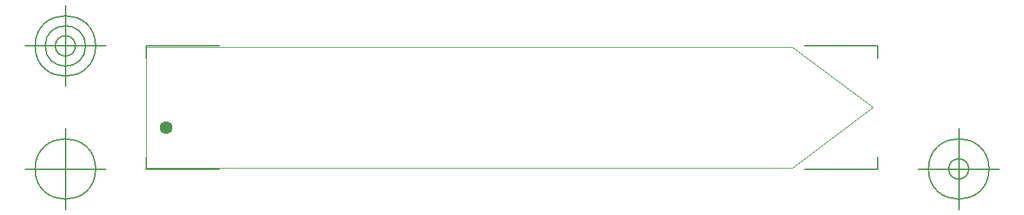
<source format=gbr>
G04 Generated by Ultiboard 13.0 *
%FSLAX34Y34*%
%MOMM*%

%ADD10C,0.0001*%
%ADD11C,0.1500*%
%ADD12C,0.0010*%
%ADD13C,1.6000*%


G04 ColorRGB 9900CC for the following layer *
%LNSolder Mask Bottom*%
%LPD*%
G54D10*
G54D11*
X-200000Y-551290D02*
X-200000Y-536032D01*
X-200000Y-551290D02*
X-109350Y-551290D01*
X706505Y-551290D02*
X615855Y-551290D01*
X706505Y-551290D02*
X706505Y-536032D01*
X706505Y-398710D02*
X706505Y-413968D01*
X706505Y-398710D02*
X615855Y-398710D01*
X-200000Y-398710D02*
X-109350Y-398710D01*
X-200000Y-398710D02*
X-200000Y-413968D01*
X-250000Y-551290D02*
X-350000Y-551290D01*
X-300000Y-601290D02*
X-300000Y-501290D01*
X-337500Y-551290D02*
G75*
D01*
G02X-337500Y-551290I37500J0*
G01*
X756505Y-551290D02*
X856505Y-551290D01*
X806505Y-601290D02*
X806505Y-501290D01*
X769005Y-551290D02*
G75*
D01*
G02X769005Y-551290I37500J0*
G01*
X794005Y-551290D02*
G75*
D01*
G02X794005Y-551290I12500J0*
G01*
X-250000Y-398710D02*
X-350000Y-398710D01*
X-300000Y-448710D02*
X-300000Y-348710D01*
X-337500Y-398710D02*
G75*
D01*
G02X-337500Y-398710I37500J0*
G01*
X-325000Y-398710D02*
G75*
D01*
G02X-325000Y-398710I25000J0*
G01*
X-312500Y-398710D02*
G75*
D01*
G02X-312500Y-398710I12500J0*
G01*
X-200000Y-551290D02*
X-200000Y-536032D01*
X-200000Y-551290D02*
X-109350Y-551290D01*
X706505Y-551290D02*
X615855Y-551290D01*
X706505Y-551290D02*
X706505Y-536032D01*
X706505Y-398710D02*
X706505Y-413968D01*
X706505Y-398710D02*
X615855Y-398710D01*
X-200000Y-398710D02*
X-109350Y-398710D01*
X-200000Y-398710D02*
X-200000Y-413968D01*
X-250000Y-551290D02*
X-350000Y-551290D01*
X-300000Y-601290D02*
X-300000Y-501290D01*
X-337500Y-551290D02*
G75*
D01*
G02X-337500Y-551290I37500J0*
G01*
X756505Y-551290D02*
X856505Y-551290D01*
X806505Y-601290D02*
X806505Y-501290D01*
X769005Y-551290D02*
G75*
D01*
G02X769005Y-551290I37500J0*
G01*
X794005Y-551290D02*
G75*
D01*
G02X794005Y-551290I12500J0*
G01*
X-250000Y-398710D02*
X-350000Y-398710D01*
X-300000Y-448710D02*
X-300000Y-348710D01*
X-337500Y-398710D02*
G75*
D01*
G02X-337500Y-398710I37500J0*
G01*
X-325000Y-398710D02*
G75*
D01*
G02X-325000Y-398710I25000J0*
G01*
X-312500Y-398710D02*
G75*
D01*
G02X-312500Y-398710I12500J0*
G01*
G54D12*
X600000Y-550000D02*
X250000Y-550000D01*
X-100000Y-550000D01*
X-150000Y-550000D01*
X-200000Y-550000D01*
X-100000Y-400000D02*
X600000Y-400000D01*
X-200000Y-400000D02*
X-100000Y-400000D01*
X-200000Y-550000D02*
X-200000Y-400000D01*
X600000Y-400000D02*
X700000Y-475000D01*
X600000Y-550000D01*
G54D13*
X-175000Y-500000D03*

M02*

</source>
